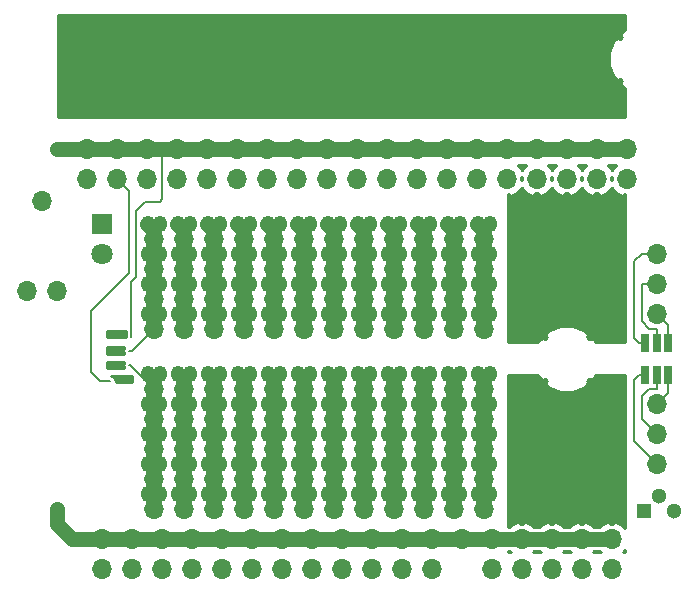
<source format=gtl>
G04 #@! TF.GenerationSoftware,KiCad,Pcbnew,5.0.2+dfsg1-1~bpo9+1*
G04 #@! TF.CreationDate,2020-03-24T03:03:07-04:00*
G04 #@! TF.ProjectId,attiny10,61747469-6e79-4313-902e-6b696361645f,0.10.a*
G04 #@! TF.SameCoordinates,Original*
G04 #@! TF.FileFunction,Copper,L1,Top*
G04 #@! TF.FilePolarity,Positive*
%FSLAX46Y46*%
G04 Gerber Fmt 4.6, Leading zero omitted, Abs format (unit mm)*
G04 Created by KiCad (PCBNEW 5.0.2+dfsg1-1~bpo9+1) date Tue 24 Mar 2020 03:03:07 AM EDT*
%MOMM*%
%LPD*%
G01*
G04 APERTURE LIST*
G04 #@! TA.AperFunction,ComponentPad*
%ADD10O,1.700000X1.700000*%
G04 #@! TD*
G04 #@! TA.AperFunction,ComponentPad*
%ADD11O,1.200000X1.400000*%
G04 #@! TD*
G04 #@! TA.AperFunction,ComponentPad*
%ADD12C,1.800000*%
G04 #@! TD*
G04 #@! TA.AperFunction,ComponentPad*
%ADD13R,1.800000X1.800000*%
G04 #@! TD*
G04 #@! TA.AperFunction,SMDPad,CuDef*
%ADD14R,0.650000X1.560000*%
G04 #@! TD*
G04 #@! TA.AperFunction,ComponentPad*
%ADD15R,1.300000X1.300000*%
G04 #@! TD*
G04 #@! TA.AperFunction,ComponentPad*
%ADD16C,1.300000*%
G04 #@! TD*
G04 #@! TA.AperFunction,Conductor*
%ADD17C,1.270000*%
G04 #@! TD*
G04 #@! TA.AperFunction,Conductor*
%ADD18C,1.016000*%
G04 #@! TD*
G04 #@! TA.AperFunction,Conductor*
%ADD19C,0.203200*%
G04 #@! TD*
G04 #@! TA.AperFunction,NonConductor*
%ADD20C,0.254000*%
G04 #@! TD*
G04 APERTURE END LIST*
D10*
G04 #@! TO.P,REF\002A\002A,1*
G04 #@! TO.N,N/C*
X85090000Y-93980000D03*
G04 #@! TD*
G04 #@! TO.P,REF\002A\002A,1*
G04 #@! TO.N,N/C*
X85090000Y-91440000D03*
G04 #@! TD*
G04 #@! TO.P,REF\002A\002A,1*
G04 #@! TO.N,N/C*
X85090000Y-88900000D03*
G04 #@! TD*
G04 #@! TO.P,REF\002A\002A,1*
G04 #@! TO.N,N/C*
X85090000Y-76200000D03*
G04 #@! TD*
G04 #@! TO.P,REF\002A\002A,1*
G04 #@! TO.N,N/C*
X85090000Y-78740000D03*
G04 #@! TD*
G04 #@! TO.P,REF\002A\002A,1*
G04 #@! TO.N,N/C*
X85090000Y-81280000D03*
G04 #@! TD*
G04 #@! TO.P,REF\002A\002A,1*
G04 #@! TO.N,N/C*
X33020000Y-71755000D03*
G04 #@! TD*
G04 #@! TO.P,REF\002A\002A,1*
G04 #@! TO.N,N/C*
X34290000Y-79375000D03*
G04 #@! TD*
G04 #@! TO.P,REF\002A\002A,1*
G04 #@! TO.N,N/C*
X31750000Y-79375000D03*
G04 #@! TD*
G04 #@! TO.P,REF\002A\002A,1*
G04 #@! TO.N,N/C*
X82550000Y-69850000D03*
G04 #@! TD*
G04 #@! TO.P,REF\002A\002A,1*
G04 #@! TO.N,N/C*
X69850000Y-67310000D03*
G04 #@! TD*
G04 #@! TO.P,REF\002A\002A,1*
G04 #@! TO.N,N/C*
X82550000Y-67310000D03*
G04 #@! TD*
G04 #@! TO.P,REF\002A\002A,1*
G04 #@! TO.N,N/C*
X72390000Y-69850000D03*
G04 #@! TD*
G04 #@! TO.P,REF\002A\002A,1*
G04 #@! TO.N,N/C*
X69850000Y-69850000D03*
G04 #@! TD*
G04 #@! TO.P,REF\002A\002A,1*
G04 #@! TO.N,N/C*
X74930000Y-67310000D03*
G04 #@! TD*
G04 #@! TO.P,REF\002A\002A,1*
G04 #@! TO.N,N/C*
X77470000Y-69850000D03*
G04 #@! TD*
G04 #@! TO.P,REF\002A\002A,1*
G04 #@! TO.N,N/C*
X77470000Y-67310000D03*
G04 #@! TD*
G04 #@! TO.P,REF\002A\002A,1*
G04 #@! TO.N,N/C*
X80010000Y-67310000D03*
G04 #@! TD*
G04 #@! TO.P,REF\002A\002A,1*
G04 #@! TO.N,N/C*
X72390000Y-67310000D03*
G04 #@! TD*
G04 #@! TO.P,REF\002A\002A,1*
G04 #@! TO.N,N/C*
X74930000Y-69850000D03*
G04 #@! TD*
G04 #@! TO.P,REF\002A\002A,1*
G04 #@! TO.N,N/C*
X80010000Y-69850000D03*
G04 #@! TD*
G04 #@! TO.P,REF\002A\002A,1*
G04 #@! TO.N,N/C*
X81280000Y-102870000D03*
G04 #@! TD*
G04 #@! TO.P,REF\002A\002A,1*
G04 #@! TO.N,N/C*
X76200000Y-102870000D03*
G04 #@! TD*
G04 #@! TO.P,REF\002A\002A,1*
G04 #@! TO.N,N/C*
X71120000Y-102870000D03*
G04 #@! TD*
G04 #@! TO.P,REF\002A\002A,1*
G04 #@! TO.N,N/C*
X78740000Y-102870000D03*
G04 #@! TD*
G04 #@! TO.P,REF\002A\002A,1*
G04 #@! TO.N,N/C*
X73660000Y-102870000D03*
G04 #@! TD*
G04 #@! TO.P,REF\002A\002A,1*
G04 #@! TO.N,N/C*
X73660000Y-100330000D03*
G04 #@! TD*
G04 #@! TO.P,REF\002A\002A,1*
G04 #@! TO.N,N/C*
X78740000Y-100330000D03*
G04 #@! TD*
G04 #@! TO.P,REF\002A\002A,1*
G04 #@! TO.N,N/C*
X81280000Y-100330000D03*
G04 #@! TD*
G04 #@! TO.P,REF\002A\002A,1*
G04 #@! TO.N,N/C*
X76200000Y-100330000D03*
G04 #@! TD*
G04 #@! TO.P,REF\002A\002A,1*
G04 #@! TO.N,N/C*
X71120000Y-100330000D03*
G04 #@! TD*
G04 #@! TO.P,REF\002A\002A,1*
G04 #@! TO.N,N/C*
X70485000Y-92710000D03*
G04 #@! TD*
G04 #@! TO.P,REF\002A\002A,1*
G04 #@! TO.N,N/C*
X70485000Y-80010000D03*
G04 #@! TD*
G04 #@! TO.P,REF\002A\002A,1*
G04 #@! TO.N,N/C*
X67945000Y-82550000D03*
G04 #@! TD*
G04 #@! TO.P,REF\002A\002A,1*
G04 #@! TO.N,N/C*
X65405000Y-82550000D03*
G04 #@! TD*
G04 #@! TO.P,REF\002A\002A,1*
G04 #@! TO.N,N/C*
X67945000Y-80010000D03*
G04 #@! TD*
G04 #@! TO.P,REF\002A\002A,1*
G04 #@! TO.N,N/C*
X67945000Y-77470000D03*
G04 #@! TD*
G04 #@! TO.P,REF\002A\002A,1*
G04 #@! TO.N,N/C*
X65405000Y-77470000D03*
G04 #@! TD*
G04 #@! TO.P,REF\002A\002A,1*
G04 #@! TO.N,N/C*
X62865000Y-80010000D03*
G04 #@! TD*
G04 #@! TO.P,REF\002A\002A,1*
G04 #@! TO.N,N/C*
X62865000Y-82550000D03*
G04 #@! TD*
G04 #@! TO.P,REF\002A\002A,1*
G04 #@! TO.N,N/C*
X62865000Y-74930000D03*
G04 #@! TD*
G04 #@! TO.P,REF\002A\002A,1*
G04 #@! TO.N,N/C*
X65405000Y-90170000D03*
G04 #@! TD*
G04 #@! TO.P,REF\002A\002A,1*
G04 #@! TO.N,N/C*
X67945000Y-74930000D03*
G04 #@! TD*
G04 #@! TO.P,REF\002A\002A,1*
G04 #@! TO.N,N/C*
X65405000Y-97790000D03*
G04 #@! TD*
G04 #@! TO.P,REF\002A\002A,1*
G04 #@! TO.N,N/C*
X62865000Y-87630000D03*
G04 #@! TD*
G04 #@! TO.P,REF\002A\002A,1*
G04 #@! TO.N,N/C*
X62865000Y-90170000D03*
G04 #@! TD*
G04 #@! TO.P,REF\002A\002A,1*
G04 #@! TO.N,N/C*
X67945000Y-95250000D03*
G04 #@! TD*
G04 #@! TO.P,REF\002A\002A,1*
G04 #@! TO.N,N/C*
X67945000Y-92710000D03*
G04 #@! TD*
G04 #@! TO.P,REF\002A\002A,1*
G04 #@! TO.N,N/C*
X70485000Y-97790000D03*
G04 #@! TD*
G04 #@! TO.P,REF\002A\002A,1*
G04 #@! TO.N,N/C*
X70485000Y-90170000D03*
G04 #@! TD*
G04 #@! TO.P,REF\002A\002A,1*
G04 #@! TO.N,N/C*
X70485000Y-74930000D03*
G04 #@! TD*
D11*
G04 #@! TO.P,P?,1*
G04 #@! TO.N,N/C*
X62330000Y-73660000D03*
G04 #@! TO.P,P?,2*
X63400000Y-73660000D03*
G04 #@! TO.P,P?,3*
X64870000Y-73660000D03*
G04 #@! TO.P,P?,4*
X65940000Y-73660000D03*
G04 #@! TO.P,P?,5*
X67410000Y-73660000D03*
G04 #@! TO.P,P?,6*
X68480000Y-73660000D03*
G04 #@! TO.P,P?,7*
X69950000Y-73660000D03*
G04 #@! TO.P,P?,8*
X71020000Y-73660000D03*
G04 #@! TD*
G04 #@! TO.P,P?,1*
G04 #@! TO.N,N/C*
X62330000Y-81280000D03*
G04 #@! TO.P,P?,2*
X63400000Y-81280000D03*
G04 #@! TO.P,P?,3*
X64870000Y-81280000D03*
G04 #@! TO.P,P?,4*
X65940000Y-81280000D03*
G04 #@! TO.P,P?,5*
X67410000Y-81280000D03*
G04 #@! TO.P,P?,6*
X68480000Y-81280000D03*
G04 #@! TO.P,P?,7*
X69950000Y-81280000D03*
G04 #@! TO.P,P?,8*
X71020000Y-81280000D03*
G04 #@! TD*
D10*
G04 #@! TO.P,REF\002A\002A,1*
G04 #@! TO.N,N/C*
X70485000Y-77470000D03*
G04 #@! TD*
G04 #@! TO.P,REF\002A\002A,1*
G04 #@! TO.N,N/C*
X70485000Y-95250000D03*
G04 #@! TD*
G04 #@! TO.P,REF\002A\002A,1*
G04 #@! TO.N,N/C*
X62865000Y-95250000D03*
G04 #@! TD*
D11*
G04 #@! TO.P,P?,1*
G04 #@! TO.N,N/C*
X62330000Y-76200000D03*
G04 #@! TO.P,P?,2*
X63400000Y-76200000D03*
G04 #@! TO.P,P?,3*
X64870000Y-76200000D03*
G04 #@! TO.P,P?,4*
X65940000Y-76200000D03*
G04 #@! TO.P,P?,5*
X67410000Y-76200000D03*
G04 #@! TO.P,P?,6*
X68480000Y-76200000D03*
G04 #@! TO.P,P?,7*
X69950000Y-76200000D03*
G04 #@! TO.P,P?,8*
X71020000Y-76200000D03*
G04 #@! TD*
D10*
G04 #@! TO.P,REF\002A\002A,1*
G04 #@! TO.N,N/C*
X62865000Y-92710000D03*
G04 #@! TD*
D11*
G04 #@! TO.P,P?,1*
G04 #@! TO.N,N/C*
X62330000Y-78740000D03*
G04 #@! TO.P,P?,2*
X63400000Y-78740000D03*
G04 #@! TO.P,P?,3*
X64870000Y-78740000D03*
G04 #@! TO.P,P?,4*
X65940000Y-78740000D03*
G04 #@! TO.P,P?,5*
X67410000Y-78740000D03*
G04 #@! TO.P,P?,6*
X68480000Y-78740000D03*
G04 #@! TO.P,P?,7*
X69950000Y-78740000D03*
G04 #@! TO.P,P?,8*
X71020000Y-78740000D03*
G04 #@! TD*
D10*
G04 #@! TO.P,REF\002A\002A,1*
G04 #@! TO.N,N/C*
X62865000Y-77470000D03*
G04 #@! TD*
G04 #@! TO.P,REF\002A\002A,1*
G04 #@! TO.N,N/C*
X65405000Y-95250000D03*
G04 #@! TD*
G04 #@! TO.P,REF\002A\002A,1*
G04 #@! TO.N,N/C*
X65405000Y-92710000D03*
G04 #@! TD*
G04 #@! TO.P,REF\002A\002A,1*
G04 #@! TO.N,N/C*
X67945000Y-97790000D03*
G04 #@! TD*
G04 #@! TO.P,REF\002A\002A,1*
G04 #@! TO.N,N/C*
X65405000Y-74930000D03*
G04 #@! TD*
G04 #@! TO.P,REF\002A\002A,1*
G04 #@! TO.N,N/C*
X62865000Y-97790000D03*
G04 #@! TD*
G04 #@! TO.P,REF\002A\002A,1*
G04 #@! TO.N,N/C*
X65405000Y-80010000D03*
G04 #@! TD*
G04 #@! TO.P,REF\002A\002A,1*
G04 #@! TO.N,N/C*
X67945000Y-90170000D03*
G04 #@! TD*
G04 #@! TO.P,REF\002A\002A,1*
G04 #@! TO.N,N/C*
X67945000Y-87630000D03*
G04 #@! TD*
D11*
G04 #@! TO.P,P?,8*
G04 #@! TO.N,N/C*
X71020000Y-88900000D03*
G04 #@! TO.P,P?,7*
X69950000Y-88900000D03*
G04 #@! TO.P,P?,6*
X68480000Y-88900000D03*
G04 #@! TO.P,P?,5*
X67410000Y-88900000D03*
G04 #@! TO.P,P?,4*
X65940000Y-88900000D03*
G04 #@! TO.P,P?,3*
X64870000Y-88900000D03*
G04 #@! TO.P,P?,2*
X63400000Y-88900000D03*
G04 #@! TO.P,P?,1*
X62330000Y-88900000D03*
G04 #@! TD*
G04 #@! TO.P,P?,8*
G04 #@! TO.N,N/C*
X71020000Y-96520000D03*
G04 #@! TO.P,P?,7*
X69950000Y-96520000D03*
G04 #@! TO.P,P?,6*
X68480000Y-96520000D03*
G04 #@! TO.P,P?,5*
X67410000Y-96520000D03*
G04 #@! TO.P,P?,4*
X65940000Y-96520000D03*
G04 #@! TO.P,P?,3*
X64870000Y-96520000D03*
G04 #@! TO.P,P?,2*
X63400000Y-96520000D03*
G04 #@! TO.P,P?,1*
X62330000Y-96520000D03*
G04 #@! TD*
G04 #@! TO.P,P?,8*
G04 #@! TO.N,N/C*
X71020000Y-86360000D03*
G04 #@! TO.P,P?,7*
X69950000Y-86360000D03*
G04 #@! TO.P,P?,6*
X68480000Y-86360000D03*
G04 #@! TO.P,P?,5*
X67410000Y-86360000D03*
G04 #@! TO.P,P?,4*
X65940000Y-86360000D03*
G04 #@! TO.P,P?,3*
X64870000Y-86360000D03*
G04 #@! TO.P,P?,2*
X63400000Y-86360000D03*
G04 #@! TO.P,P?,1*
X62330000Y-86360000D03*
G04 #@! TD*
G04 #@! TO.P,P?,8*
G04 #@! TO.N,N/C*
X71020000Y-93980000D03*
G04 #@! TO.P,P?,7*
X69950000Y-93980000D03*
G04 #@! TO.P,P?,6*
X68480000Y-93980000D03*
G04 #@! TO.P,P?,5*
X67410000Y-93980000D03*
G04 #@! TO.P,P?,4*
X65940000Y-93980000D03*
G04 #@! TO.P,P?,3*
X64870000Y-93980000D03*
G04 #@! TO.P,P?,2*
X63400000Y-93980000D03*
G04 #@! TO.P,P?,1*
X62330000Y-93980000D03*
G04 #@! TD*
D10*
G04 #@! TO.P,REF\002A\002A,1*
G04 #@! TO.N,N/C*
X70485000Y-82550000D03*
G04 #@! TD*
D11*
G04 #@! TO.P,P?,8*
G04 #@! TO.N,N/C*
X71020000Y-91440000D03*
G04 #@! TO.P,P?,7*
X69950000Y-91440000D03*
G04 #@! TO.P,P?,6*
X68480000Y-91440000D03*
G04 #@! TO.P,P?,5*
X67410000Y-91440000D03*
G04 #@! TO.P,P?,4*
X65940000Y-91440000D03*
G04 #@! TO.P,P?,3*
X64870000Y-91440000D03*
G04 #@! TO.P,P?,2*
X63400000Y-91440000D03*
G04 #@! TO.P,P?,1*
X62330000Y-91440000D03*
G04 #@! TD*
D10*
G04 #@! TO.P,REF\002A\002A,1*
G04 #@! TO.N,N/C*
X65405000Y-87630000D03*
G04 #@! TD*
G04 #@! TO.P,REF\002A\002A,1*
G04 #@! TO.N,N/C*
X70485000Y-87630000D03*
G04 #@! TD*
G04 #@! TO.P,REF\002A\002A,1*
G04 #@! TO.N,N/C*
X50165000Y-77470000D03*
G04 #@! TD*
G04 #@! TO.P,REF\002A\002A,1*
G04 #@! TO.N,N/C*
X52705000Y-82550000D03*
G04 #@! TD*
G04 #@! TO.P,REF\002A\002A,1*
G04 #@! TO.N,N/C*
X52705000Y-80010000D03*
G04 #@! TD*
G04 #@! TO.P,REF\002A\002A,1*
G04 #@! TO.N,N/C*
X57785000Y-82550000D03*
G04 #@! TD*
G04 #@! TO.P,REF\002A\002A,1*
G04 #@! TO.N,N/C*
X45085000Y-74930000D03*
G04 #@! TD*
G04 #@! TO.P,REF\002A\002A,1*
G04 #@! TO.N,N/C*
X57785000Y-74930000D03*
G04 #@! TD*
G04 #@! TO.P,REF\002A\002A,1*
G04 #@! TO.N,N/C*
X45085000Y-82550000D03*
G04 #@! TD*
G04 #@! TO.P,REF\002A\002A,1*
G04 #@! TO.N,N/C*
X42545000Y-74930000D03*
G04 #@! TD*
G04 #@! TO.P,REF\002A\002A,1*
G04 #@! TO.N,N/C*
X47625000Y-80010000D03*
G04 #@! TD*
G04 #@! TO.P,REF\002A\002A,1*
G04 #@! TO.N,N/C*
X47625000Y-77470000D03*
G04 #@! TD*
G04 #@! TO.P,REF\002A\002A,1*
G04 #@! TO.N,N/C*
X50165000Y-82550000D03*
G04 #@! TD*
G04 #@! TO.P,REF\002A\002A,1*
G04 #@! TO.N,N/C*
X50165000Y-74930000D03*
G04 #@! TD*
G04 #@! TO.P,REF\002A\002A,1*
G04 #@! TO.N,N/C*
X57785000Y-77470000D03*
G04 #@! TD*
G04 #@! TO.P,REF\002A\002A,1*
G04 #@! TO.N,N/C*
X55245000Y-77470000D03*
G04 #@! TD*
G04 #@! TO.P,REF\002A\002A,1*
G04 #@! TO.N,N/C*
X55245000Y-74930000D03*
G04 #@! TD*
G04 #@! TO.P,REF\002A\002A,1*
G04 #@! TO.N,N/C*
X50165000Y-80010000D03*
G04 #@! TD*
G04 #@! TO.P,REF\002A\002A,1*
G04 #@! TO.N,N/C*
X42545000Y-80010000D03*
G04 #@! TD*
G04 #@! TO.P,REF\002A\002A,1*
G04 #@! TO.N,N/C*
X42545000Y-77470000D03*
G04 #@! TD*
G04 #@! TO.P,REF\002A\002A,1*
G04 #@! TO.N,N/C*
X55245000Y-80010000D03*
G04 #@! TD*
G04 #@! TO.P,REF\002A\002A,1*
G04 #@! TO.N,N/C*
X60325000Y-82550000D03*
G04 #@! TD*
G04 #@! TO.P,REF\002A\002A,1*
G04 #@! TO.N,N/C*
X60325000Y-74930000D03*
G04 #@! TD*
G04 #@! TO.P,REF\002A\002A,1*
G04 #@! TO.N,N/C*
X60325000Y-80010000D03*
G04 #@! TD*
G04 #@! TO.P,REF\002A\002A,1*
G04 #@! TO.N,N/C*
X52705000Y-77470000D03*
G04 #@! TD*
D11*
G04 #@! TO.P,P?,1*
G04 #@! TO.N,N/C*
X52170000Y-76200000D03*
G04 #@! TO.P,P?,2*
X53240000Y-76200000D03*
G04 #@! TO.P,P?,3*
X54710000Y-76200000D03*
G04 #@! TO.P,P?,4*
X55780000Y-76200000D03*
G04 #@! TO.P,P?,5*
X57250000Y-76200000D03*
G04 #@! TO.P,P?,6*
X58320000Y-76200000D03*
G04 #@! TO.P,P?,7*
X59790000Y-76200000D03*
G04 #@! TO.P,P?,8*
X60860000Y-76200000D03*
G04 #@! TD*
D10*
G04 #@! TO.P,REF\002A\002A,1*
G04 #@! TO.N,N/C*
X55245000Y-82550000D03*
G04 #@! TD*
G04 #@! TO.P,REF\002A\002A,1*
G04 #@! TO.N,N/C*
X57785000Y-80010000D03*
G04 #@! TD*
D11*
G04 #@! TO.P,P?,1*
G04 #@! TO.N,N/C*
X52170000Y-73660000D03*
G04 #@! TO.P,P?,2*
X53240000Y-73660000D03*
G04 #@! TO.P,P?,3*
X54710000Y-73660000D03*
G04 #@! TO.P,P?,4*
X55780000Y-73660000D03*
G04 #@! TO.P,P?,5*
X57250000Y-73660000D03*
G04 #@! TO.P,P?,6*
X58320000Y-73660000D03*
G04 #@! TO.P,P?,7*
X59790000Y-73660000D03*
G04 #@! TO.P,P?,8*
X60860000Y-73660000D03*
G04 #@! TD*
G04 #@! TO.P,P?,1*
G04 #@! TO.N,N/C*
X52170000Y-81280000D03*
G04 #@! TO.P,P?,2*
X53240000Y-81280000D03*
G04 #@! TO.P,P?,3*
X54710000Y-81280000D03*
G04 #@! TO.P,P?,4*
X55780000Y-81280000D03*
G04 #@! TO.P,P?,5*
X57250000Y-81280000D03*
G04 #@! TO.P,P?,6*
X58320000Y-81280000D03*
G04 #@! TO.P,P?,7*
X59790000Y-81280000D03*
G04 #@! TO.P,P?,8*
X60860000Y-81280000D03*
G04 #@! TD*
D10*
G04 #@! TO.P,REF\002A\002A,1*
G04 #@! TO.N,N/C*
X45085000Y-80010000D03*
G04 #@! TD*
G04 #@! TO.P,REF\002A\002A,1*
G04 #@! TO.N,N/C*
X45085000Y-77470000D03*
G04 #@! TD*
D11*
G04 #@! TO.P,P?,1*
G04 #@! TO.N,N/C*
X52170000Y-78740000D03*
G04 #@! TO.P,P?,2*
X53240000Y-78740000D03*
G04 #@! TO.P,P?,3*
X54710000Y-78740000D03*
G04 #@! TO.P,P?,4*
X55780000Y-78740000D03*
G04 #@! TO.P,P?,5*
X57250000Y-78740000D03*
G04 #@! TO.P,P?,6*
X58320000Y-78740000D03*
G04 #@! TO.P,P?,7*
X59790000Y-78740000D03*
G04 #@! TO.P,P?,8*
X60860000Y-78740000D03*
G04 #@! TD*
D10*
G04 #@! TO.P,REF\002A\002A,1*
G04 #@! TO.N,N/C*
X47625000Y-82550000D03*
G04 #@! TD*
G04 #@! TO.P,REF\002A\002A,1*
G04 #@! TO.N,N/C*
X42545000Y-82550000D03*
G04 #@! TD*
G04 #@! TO.P,REF\002A\002A,1*
G04 #@! TO.N,N/C*
X47625000Y-74930000D03*
G04 #@! TD*
G04 #@! TO.P,REF\002A\002A,1*
G04 #@! TO.N,N/C*
X52705000Y-74930000D03*
G04 #@! TD*
G04 #@! TO.P,REF\002A\002A,1*
G04 #@! TO.N,N/C*
X60325000Y-77470000D03*
G04 #@! TD*
D11*
G04 #@! TO.P,P?,8*
G04 #@! TO.N,N/C*
X50700000Y-73660000D03*
G04 #@! TO.P,P?,7*
X49630000Y-73660000D03*
G04 #@! TO.P,P?,6*
X48160000Y-73660000D03*
G04 #@! TO.P,P?,5*
X47090000Y-73660000D03*
G04 #@! TO.P,P?,4*
X45620000Y-73660000D03*
G04 #@! TO.P,P?,3*
X44550000Y-73660000D03*
G04 #@! TO.P,P?,2*
X43080000Y-73660000D03*
G04 #@! TO.P,P?,1*
X42010000Y-73660000D03*
G04 #@! TD*
G04 #@! TO.P,P?,8*
G04 #@! TO.N,N/C*
X50700000Y-81280000D03*
G04 #@! TO.P,P?,7*
X49630000Y-81280000D03*
G04 #@! TO.P,P?,6*
X48160000Y-81280000D03*
G04 #@! TO.P,P?,5*
X47090000Y-81280000D03*
G04 #@! TO.P,P?,4*
X45620000Y-81280000D03*
G04 #@! TO.P,P?,3*
X44550000Y-81280000D03*
G04 #@! TO.P,P?,2*
X43080000Y-81280000D03*
G04 #@! TO.P,P?,1*
X42010000Y-81280000D03*
G04 #@! TD*
G04 #@! TO.P,P?,8*
G04 #@! TO.N,N/C*
X50700000Y-78740000D03*
G04 #@! TO.P,P?,7*
X49630000Y-78740000D03*
G04 #@! TO.P,P?,6*
X48160000Y-78740000D03*
G04 #@! TO.P,P?,5*
X47090000Y-78740000D03*
G04 #@! TO.P,P?,4*
X45620000Y-78740000D03*
G04 #@! TO.P,P?,3*
X44550000Y-78740000D03*
G04 #@! TO.P,P?,2*
X43080000Y-78740000D03*
G04 #@! TO.P,P?,1*
X42010000Y-78740000D03*
G04 #@! TD*
G04 #@! TO.P,P?,8*
G04 #@! TO.N,N/C*
X50700000Y-76200000D03*
G04 #@! TO.P,P?,7*
X49630000Y-76200000D03*
G04 #@! TO.P,P?,6*
X48160000Y-76200000D03*
G04 #@! TO.P,P?,5*
X47090000Y-76200000D03*
G04 #@! TO.P,P?,4*
X45620000Y-76200000D03*
G04 #@! TO.P,P?,3*
X44550000Y-76200000D03*
G04 #@! TO.P,P?,2*
X43080000Y-76200000D03*
G04 #@! TO.P,P?,1*
X42010000Y-76200000D03*
G04 #@! TD*
D10*
G04 #@! TO.P,REF\002A\002A,1*
G04 #@! TO.N,N/C*
X60325000Y-92710000D03*
G04 #@! TD*
G04 #@! TO.P,REF\002A\002A,1*
G04 #@! TO.N,N/C*
X55245000Y-90170000D03*
G04 #@! TD*
G04 #@! TO.P,REF\002A\002A,1*
G04 #@! TO.N,N/C*
X55245000Y-97790000D03*
G04 #@! TD*
G04 #@! TO.P,REF\002A\002A,1*
G04 #@! TO.N,N/C*
X52705000Y-87630000D03*
G04 #@! TD*
G04 #@! TO.P,REF\002A\002A,1*
G04 #@! TO.N,N/C*
X52705000Y-90170000D03*
G04 #@! TD*
G04 #@! TO.P,REF\002A\002A,1*
G04 #@! TO.N,N/C*
X57785000Y-95250000D03*
G04 #@! TD*
G04 #@! TO.P,REF\002A\002A,1*
G04 #@! TO.N,N/C*
X57785000Y-92710000D03*
G04 #@! TD*
G04 #@! TO.P,REF\002A\002A,1*
G04 #@! TO.N,N/C*
X60325000Y-97790000D03*
G04 #@! TD*
G04 #@! TO.P,REF\002A\002A,1*
G04 #@! TO.N,N/C*
X60325000Y-90170000D03*
G04 #@! TD*
G04 #@! TO.P,REF\002A\002A,1*
G04 #@! TO.N,N/C*
X60325000Y-95250000D03*
G04 #@! TD*
G04 #@! TO.P,REF\002A\002A,1*
G04 #@! TO.N,N/C*
X52705000Y-95250000D03*
G04 #@! TD*
G04 #@! TO.P,REF\002A\002A,1*
G04 #@! TO.N,N/C*
X52705000Y-92710000D03*
G04 #@! TD*
G04 #@! TO.P,REF\002A\002A,1*
G04 #@! TO.N,N/C*
X55245000Y-95250000D03*
G04 #@! TD*
G04 #@! TO.P,REF\002A\002A,1*
G04 #@! TO.N,N/C*
X55245000Y-92710000D03*
G04 #@! TD*
G04 #@! TO.P,REF\002A\002A,1*
G04 #@! TO.N,N/C*
X57785000Y-97790000D03*
G04 #@! TD*
G04 #@! TO.P,REF\002A\002A,1*
G04 #@! TO.N,N/C*
X52705000Y-97790000D03*
G04 #@! TD*
G04 #@! TO.P,REF\002A\002A,1*
G04 #@! TO.N,N/C*
X57785000Y-90170000D03*
G04 #@! TD*
G04 #@! TO.P,REF\002A\002A,1*
G04 #@! TO.N,N/C*
X57785000Y-87630000D03*
G04 #@! TD*
D11*
G04 #@! TO.P,P?,8*
G04 #@! TO.N,N/C*
X60860000Y-88900000D03*
G04 #@! TO.P,P?,7*
X59790000Y-88900000D03*
G04 #@! TO.P,P?,6*
X58320000Y-88900000D03*
G04 #@! TO.P,P?,5*
X57250000Y-88900000D03*
G04 #@! TO.P,P?,4*
X55780000Y-88900000D03*
G04 #@! TO.P,P?,3*
X54710000Y-88900000D03*
G04 #@! TO.P,P?,2*
X53240000Y-88900000D03*
G04 #@! TO.P,P?,1*
X52170000Y-88900000D03*
G04 #@! TD*
G04 #@! TO.P,P?,8*
G04 #@! TO.N,N/C*
X60860000Y-96520000D03*
G04 #@! TO.P,P?,7*
X59790000Y-96520000D03*
G04 #@! TO.P,P?,6*
X58320000Y-96520000D03*
G04 #@! TO.P,P?,5*
X57250000Y-96520000D03*
G04 #@! TO.P,P?,4*
X55780000Y-96520000D03*
G04 #@! TO.P,P?,3*
X54710000Y-96520000D03*
G04 #@! TO.P,P?,2*
X53240000Y-96520000D03*
G04 #@! TO.P,P?,1*
X52170000Y-96520000D03*
G04 #@! TD*
G04 #@! TO.P,P?,8*
G04 #@! TO.N,N/C*
X60860000Y-86360000D03*
G04 #@! TO.P,P?,7*
X59790000Y-86360000D03*
G04 #@! TO.P,P?,6*
X58320000Y-86360000D03*
G04 #@! TO.P,P?,5*
X57250000Y-86360000D03*
G04 #@! TO.P,P?,4*
X55780000Y-86360000D03*
G04 #@! TO.P,P?,3*
X54710000Y-86360000D03*
G04 #@! TO.P,P?,2*
X53240000Y-86360000D03*
G04 #@! TO.P,P?,1*
X52170000Y-86360000D03*
G04 #@! TD*
G04 #@! TO.P,P?,8*
G04 #@! TO.N,N/C*
X60860000Y-93980000D03*
G04 #@! TO.P,P?,7*
X59790000Y-93980000D03*
G04 #@! TO.P,P?,6*
X58320000Y-93980000D03*
G04 #@! TO.P,P?,5*
X57250000Y-93980000D03*
G04 #@! TO.P,P?,4*
X55780000Y-93980000D03*
G04 #@! TO.P,P?,3*
X54710000Y-93980000D03*
G04 #@! TO.P,P?,2*
X53240000Y-93980000D03*
G04 #@! TO.P,P?,1*
X52170000Y-93980000D03*
G04 #@! TD*
G04 #@! TO.P,P?,8*
G04 #@! TO.N,N/C*
X60860000Y-91440000D03*
G04 #@! TO.P,P?,7*
X59790000Y-91440000D03*
G04 #@! TO.P,P?,6*
X58320000Y-91440000D03*
G04 #@! TO.P,P?,5*
X57250000Y-91440000D03*
G04 #@! TO.P,P?,4*
X55780000Y-91440000D03*
G04 #@! TO.P,P?,3*
X54710000Y-91440000D03*
G04 #@! TO.P,P?,2*
X53240000Y-91440000D03*
G04 #@! TO.P,P?,1*
X52170000Y-91440000D03*
G04 #@! TD*
D10*
G04 #@! TO.P,REF\002A\002A,1*
G04 #@! TO.N,N/C*
X55245000Y-87630000D03*
G04 #@! TD*
G04 #@! TO.P,REF\002A\002A,1*
G04 #@! TO.N,N/C*
X60325000Y-87630000D03*
G04 #@! TD*
G04 #@! TO.P,REF\002A\002A,1*
G04 #@! TO.N,N/C*
X50165000Y-95250000D03*
G04 #@! TD*
G04 #@! TO.P,REF\002A\002A,1*
G04 #@! TO.N,N/C*
X50165000Y-92710000D03*
G04 #@! TD*
G04 #@! TO.P,REF\002A\002A,1*
G04 #@! TO.N,N/C*
X50165000Y-97790000D03*
G04 #@! TD*
G04 #@! TO.P,REF\002A\002A,1*
G04 #@! TO.N,N/C*
X50165000Y-90170000D03*
G04 #@! TD*
G04 #@! TO.P,REF\002A\002A,1*
G04 #@! TO.N,N/C*
X50165000Y-87630000D03*
G04 #@! TD*
G04 #@! TO.P,REF\002A\002A,1*
G04 #@! TO.N,N/C*
X47625000Y-90170000D03*
G04 #@! TD*
G04 #@! TO.P,REF\002A\002A,1*
G04 #@! TO.N,N/C*
X47625000Y-97790000D03*
G04 #@! TD*
G04 #@! TO.P,REF\002A\002A,1*
G04 #@! TO.N,N/C*
X47625000Y-95250000D03*
G04 #@! TD*
G04 #@! TO.P,REF\002A\002A,1*
G04 #@! TO.N,N/C*
X47625000Y-92710000D03*
G04 #@! TD*
G04 #@! TO.P,REF\002A\002A,1*
G04 #@! TO.N,N/C*
X47625000Y-87630000D03*
G04 #@! TD*
G04 #@! TO.P,REF\002A\002A,1*
G04 #@! TO.N,N/C*
X45085000Y-87630000D03*
G04 #@! TD*
G04 #@! TO.P,REF\002A\002A,1*
G04 #@! TO.N,N/C*
X45085000Y-90170000D03*
G04 #@! TD*
G04 #@! TO.P,REF\002A\002A,1*
G04 #@! TO.N,N/C*
X45085000Y-95250000D03*
G04 #@! TD*
G04 #@! TO.P,REF\002A\002A,1*
G04 #@! TO.N,N/C*
X45085000Y-92710000D03*
G04 #@! TD*
G04 #@! TO.P,REF\002A\002A,1*
G04 #@! TO.N,N/C*
X45085000Y-97790000D03*
G04 #@! TD*
G04 #@! TO.P,REF\002A\002A,1*
G04 #@! TO.N,N/C*
X42545000Y-97790000D03*
G04 #@! TD*
G04 #@! TO.P,REF\002A\002A,1*
G04 #@! TO.N,N/C*
X42545000Y-95250000D03*
G04 #@! TD*
G04 #@! TO.P,REF\002A\002A,1*
G04 #@! TO.N,N/C*
X42545000Y-92710000D03*
G04 #@! TD*
G04 #@! TO.P,REF\002A\002A,1*
G04 #@! TO.N,N/C*
X42545000Y-90170000D03*
G04 #@! TD*
G04 #@! TO.P,REF\002A\002A,1*
G04 #@! TO.N,N/C*
X42545000Y-87630000D03*
G04 #@! TD*
G04 #@! TO.P,REF\002A\002A,1*
G04 #@! TO.N,N/C*
X59690000Y-67310000D03*
G04 #@! TD*
G04 #@! TO.P,REF\002A\002A,1*
G04 #@! TO.N,N/C*
X54610000Y-67310000D03*
G04 #@! TD*
G04 #@! TO.P,REF\002A\002A,1*
G04 #@! TO.N,N/C*
X44450000Y-69850000D03*
G04 #@! TD*
G04 #@! TO.P,REF\002A\002A,1*
G04 #@! TO.N,N/C*
X67310000Y-69850000D03*
G04 #@! TD*
G04 #@! TO.P,REF\002A\002A,1*
G04 #@! TO.N,N/C*
X67310000Y-67310000D03*
G04 #@! TD*
G04 #@! TO.P,REF\002A\002A,1*
G04 #@! TO.N,N/C*
X49530000Y-67310000D03*
G04 #@! TD*
G04 #@! TO.P,REF\002A\002A,1*
G04 #@! TO.N,N/C*
X39370000Y-69850000D03*
G04 #@! TD*
G04 #@! TO.P,REF\002A\002A,1*
G04 #@! TO.N,N/C*
X59690000Y-69850000D03*
G04 #@! TD*
G04 #@! TO.P,REF\002A\002A,1*
G04 #@! TO.N,N/C*
X54610000Y-69850000D03*
G04 #@! TD*
G04 #@! TO.P,REF\002A\002A,1*
G04 #@! TO.N,N/C*
X52070000Y-67310000D03*
G04 #@! TD*
G04 #@! TO.P,REF\002A\002A,1*
G04 #@! TO.N,N/C*
X36830000Y-67310000D03*
G04 #@! TD*
G04 #@! TO.P,REF\002A\002A,1*
G04 #@! TO.N,N/C*
X62230000Y-69850000D03*
G04 #@! TD*
G04 #@! TO.P,REF\002A\002A,1*
G04 #@! TO.N,N/C*
X41910000Y-69850000D03*
G04 #@! TD*
G04 #@! TO.P,REF\002A\002A,1*
G04 #@! TO.N,N/C*
X57150000Y-69850000D03*
G04 #@! TD*
G04 #@! TO.P,REF\002A\002A,1*
G04 #@! TO.N,N/C*
X64770000Y-69850000D03*
G04 #@! TD*
G04 #@! TO.P,REF\002A\002A,1*
G04 #@! TO.N,N/C*
X36830000Y-69850000D03*
G04 #@! TD*
G04 #@! TO.P,REF\002A\002A,1*
G04 #@! TO.N,N/C*
X49530000Y-69850000D03*
G04 #@! TD*
G04 #@! TO.P,REF\002A\002A,1*
G04 #@! TO.N,N/C*
X41910000Y-67310000D03*
G04 #@! TD*
G04 #@! TO.P,REF\002A\002A,1*
G04 #@! TO.N,N/C*
X57150000Y-67310000D03*
G04 #@! TD*
G04 #@! TO.P,REF\002A\002A,1*
G04 #@! TO.N,N/C*
X44450000Y-67310000D03*
G04 #@! TD*
G04 #@! TO.P,REF\002A\002A,1*
G04 #@! TO.N,N/C*
X62230000Y-67310000D03*
G04 #@! TD*
G04 #@! TO.P,REF\002A\002A,1*
G04 #@! TO.N,N/C*
X39370000Y-67310000D03*
G04 #@! TD*
G04 #@! TO.P,REF\002A\002A,1*
G04 #@! TO.N,N/C*
X64770000Y-67310000D03*
G04 #@! TD*
G04 #@! TO.P,REF\002A\002A,1*
G04 #@! TO.N,N/C*
X46990000Y-67310000D03*
G04 #@! TD*
G04 #@! TO.P,REF\002A\002A,1*
G04 #@! TO.N,N/C*
X52070000Y-69850000D03*
G04 #@! TD*
G04 #@! TO.P,REF\002A\002A,1*
G04 #@! TO.N,N/C*
X46990000Y-69850000D03*
G04 #@! TD*
G04 #@! TO.P,REF\002A\002A,1*
G04 #@! TO.N,N/C*
X66040000Y-102870000D03*
G04 #@! TD*
G04 #@! TO.P,REF\002A\002A,1*
G04 #@! TO.N,N/C*
X60960000Y-102870000D03*
G04 #@! TD*
G04 #@! TO.P,REF\002A\002A,1*
G04 #@! TO.N,N/C*
X55880000Y-102870000D03*
G04 #@! TD*
G04 #@! TO.P,REF\002A\002A,1*
G04 #@! TO.N,N/C*
X58420000Y-100330000D03*
G04 #@! TD*
G04 #@! TO.P,REF\002A\002A,1*
G04 #@! TO.N,N/C*
X63500000Y-102870000D03*
G04 #@! TD*
G04 #@! TO.P,REF\002A\002A,1*
G04 #@! TO.N,N/C*
X58420000Y-102870000D03*
G04 #@! TD*
G04 #@! TO.P,REF\002A\002A,1*
G04 #@! TO.N,N/C*
X63500000Y-100330000D03*
G04 #@! TD*
G04 #@! TO.P,REF\002A\002A,1*
G04 #@! TO.N,N/C*
X66040000Y-100330000D03*
G04 #@! TD*
G04 #@! TO.P,REF\002A\002A,1*
G04 #@! TO.N,N/C*
X60960000Y-100330000D03*
G04 #@! TD*
G04 #@! TO.P,REF\002A\002A,1*
G04 #@! TO.N,N/C*
X68580000Y-100330000D03*
G04 #@! TD*
G04 #@! TO.P,REF\002A\002A,1*
G04 #@! TO.N,N/C*
X55880000Y-100330000D03*
G04 #@! TD*
G04 #@! TO.P,REF\002A\002A,1*
G04 #@! TO.N,N/C*
X50800000Y-102870000D03*
G04 #@! TD*
G04 #@! TO.P,REF\002A\002A,1*
G04 #@! TO.N,N/C*
X45720000Y-102870000D03*
G04 #@! TD*
G04 #@! TO.P,REF\002A\002A,1*
G04 #@! TO.N,N/C*
X48260000Y-100330000D03*
G04 #@! TD*
G04 #@! TO.P,REF\002A\002A,1*
G04 #@! TO.N,N/C*
X53340000Y-102870000D03*
G04 #@! TD*
G04 #@! TO.P,REF\002A\002A,1*
G04 #@! TO.N,N/C*
X48260000Y-102870000D03*
G04 #@! TD*
G04 #@! TO.P,REF\002A\002A,1*
G04 #@! TO.N,N/C*
X53340000Y-100330000D03*
G04 #@! TD*
G04 #@! TO.P,REF\002A\002A,1*
G04 #@! TO.N,N/C*
X50800000Y-100330000D03*
G04 #@! TD*
G04 #@! TO.P,REF\002A\002A,1*
G04 #@! TO.N,N/C*
X45720000Y-100330000D03*
G04 #@! TD*
G04 #@! TO.P,REF\002A\002A,1*
G04 #@! TO.N,N/C*
X38100000Y-102870000D03*
G04 #@! TD*
G04 #@! TO.P,REF\002A\002A,1*
G04 #@! TO.N,N/C*
X43180000Y-102870000D03*
G04 #@! TD*
G04 #@! TO.P,REF\002A\002A,1*
G04 #@! TO.N,N/C*
X40640000Y-102870000D03*
G04 #@! TD*
G04 #@! TO.P,REF\002A\002A,1*
G04 #@! TO.N,N/C*
X43180000Y-100330000D03*
G04 #@! TD*
G04 #@! TO.P,REF\002A\002A,1*
G04 #@! TO.N,N/C*
X40640000Y-100330000D03*
G04 #@! TD*
G04 #@! TO.P,REF\002A\002A,1*
G04 #@! TO.N,N/C*
X38100000Y-100330000D03*
G04 #@! TD*
D11*
G04 #@! TO.P,P?,1*
G04 #@! TO.N,N/C*
X42010000Y-96520000D03*
G04 #@! TO.P,P?,2*
X43080000Y-96520000D03*
G04 #@! TO.P,P?,3*
X44550000Y-96520000D03*
G04 #@! TO.P,P?,4*
X45620000Y-96520000D03*
G04 #@! TO.P,P?,5*
X47090000Y-96520000D03*
G04 #@! TO.P,P?,6*
X48160000Y-96520000D03*
G04 #@! TO.P,P?,7*
X49630000Y-96520000D03*
G04 #@! TO.P,P?,8*
X50700000Y-96520000D03*
G04 #@! TD*
G04 #@! TO.P,P?,1*
G04 #@! TO.N,N/C*
X42010000Y-93980000D03*
G04 #@! TO.P,P?,2*
X43080000Y-93980000D03*
G04 #@! TO.P,P?,3*
X44550000Y-93980000D03*
G04 #@! TO.P,P?,4*
X45620000Y-93980000D03*
G04 #@! TO.P,P?,5*
X47090000Y-93980000D03*
G04 #@! TO.P,P?,6*
X48160000Y-93980000D03*
G04 #@! TO.P,P?,7*
X49630000Y-93980000D03*
G04 #@! TO.P,P?,8*
X50700000Y-93980000D03*
G04 #@! TD*
G04 #@! TO.P,P?,1*
G04 #@! TO.N,N/C*
X42010000Y-91440000D03*
G04 #@! TO.P,P?,2*
X43080000Y-91440000D03*
G04 #@! TO.P,P?,3*
X44550000Y-91440000D03*
G04 #@! TO.P,P?,4*
X45620000Y-91440000D03*
G04 #@! TO.P,P?,5*
X47090000Y-91440000D03*
G04 #@! TO.P,P?,6*
X48160000Y-91440000D03*
G04 #@! TO.P,P?,7*
X49630000Y-91440000D03*
G04 #@! TO.P,P?,8*
X50700000Y-91440000D03*
G04 #@! TD*
G04 #@! TO.P,P?,1*
G04 #@! TO.N,N/C*
X42010000Y-88900000D03*
G04 #@! TO.P,P?,2*
X43080000Y-88900000D03*
G04 #@! TO.P,P?,3*
X44550000Y-88900000D03*
G04 #@! TO.P,P?,4*
X45620000Y-88900000D03*
G04 #@! TO.P,P?,5*
X47090000Y-88900000D03*
G04 #@! TO.P,P?,6*
X48160000Y-88900000D03*
G04 #@! TO.P,P?,7*
X49630000Y-88900000D03*
G04 #@! TO.P,P?,8*
X50700000Y-88900000D03*
G04 #@! TD*
G04 #@! TO.P,P?,1*
G04 #@! TO.N,N/C*
X42010000Y-86360000D03*
G04 #@! TO.P,P?,2*
X43080000Y-86360000D03*
G04 #@! TO.P,P?,3*
X44550000Y-86360000D03*
G04 #@! TO.P,P?,4*
X45620000Y-86360000D03*
G04 #@! TO.P,P?,5*
X47090000Y-86360000D03*
G04 #@! TO.P,P?,6*
X48160000Y-86360000D03*
G04 #@! TO.P,P?,7*
X49630000Y-86360000D03*
G04 #@! TO.P,P?,8*
X50700000Y-86360000D03*
G04 #@! TD*
D12*
G04 #@! TO.P,REF100552,2*
G04 #@! TO.N,N/C*
X38100000Y-76200000D03*
D13*
G04 #@! TO.P,REF100552,1*
X38100000Y-73660000D03*
G04 #@! TD*
D14*
G04 #@! TO.P,REF\002A\002A,5*
G04 #@! TO.N,N/C*
X85090000Y-83740000D03*
G04 #@! TO.P,REF\002A\002A,6*
X84140000Y-83740000D03*
G04 #@! TO.P,REF\002A\002A,4*
X86040000Y-83740000D03*
G04 #@! TO.P,REF\002A\002A,3*
X86040000Y-86440000D03*
G04 #@! TO.P,REF\002A\002A,2*
X85090000Y-86440000D03*
G04 #@! TO.P,REF\002A\002A,1*
X84140000Y-86440000D03*
G04 #@! TD*
D15*
G04 #@! TO.P,REF\002A\002A,1*
G04 #@! TO.N,N/C*
X84000000Y-98000000D03*
D16*
G04 #@! TO.P,REF\002A\002A,3*
X86540000Y-98000000D03*
G04 #@! TO.P,REF\002A\002A,2*
X85270000Y-96730000D03*
G04 #@! TD*
D17*
G04 #@! TO.N,*
X34290000Y-99060000D02*
X35560000Y-100330000D01*
X34290000Y-97790000D02*
X34290000Y-99060000D01*
X35560000Y-100330000D02*
X68580000Y-100330000D01*
X69850000Y-67310000D02*
X67310000Y-67310000D01*
X42545000Y-74295000D02*
X41910000Y-73660000D01*
X42545000Y-82550000D02*
X42545000Y-74295000D01*
X45085000Y-74295000D02*
X44450000Y-73660000D01*
X45085000Y-82550000D02*
X45085000Y-74295000D01*
X47625000Y-74295000D02*
X46990000Y-73660000D01*
X47625000Y-82550000D02*
X47625000Y-74295000D01*
X50165000Y-74295000D02*
X49530000Y-73660000D01*
X50165000Y-82550000D02*
X50165000Y-74295000D01*
X52705000Y-74295000D02*
X52070000Y-73660000D01*
X52705000Y-82550000D02*
X52705000Y-74295000D01*
X55245000Y-74295000D02*
X54610000Y-73660000D01*
X55245000Y-74930000D02*
X55245000Y-74295000D01*
X57785000Y-74295000D02*
X57150000Y-73660000D01*
X57785000Y-82550000D02*
X57785000Y-74295000D01*
X60325000Y-74295000D02*
X59690000Y-73660000D01*
X60325000Y-82550000D02*
X60325000Y-74295000D01*
X62865000Y-74295000D02*
X62230000Y-73660000D01*
X62865000Y-82550000D02*
X62865000Y-74295000D01*
X65405000Y-74295000D02*
X64770000Y-73660000D01*
X65405000Y-82550000D02*
X65405000Y-74295000D01*
X67945000Y-74295000D02*
X67310000Y-73660000D01*
X67945000Y-82550000D02*
X67945000Y-74295000D01*
X70485000Y-74295000D02*
X69850000Y-73660000D01*
X70485000Y-82550000D02*
X70485000Y-74295000D01*
D18*
X42545000Y-82550000D02*
X42545000Y-74930000D01*
X45085000Y-82550000D02*
X45085000Y-74930000D01*
X47625000Y-82550000D02*
X47625000Y-74930000D01*
X50165000Y-82550000D02*
X50165000Y-74930000D01*
X52705000Y-82550000D02*
X52705000Y-74930000D01*
X55245000Y-82550000D02*
X55245000Y-74930000D01*
X57785000Y-82550000D02*
X57785000Y-74930000D01*
X60325000Y-82550000D02*
X60325000Y-74930000D01*
D17*
X69850000Y-67310000D02*
X82550000Y-67310000D01*
X68580000Y-100330000D02*
X81280000Y-100330000D01*
D19*
X83611800Y-83740000D02*
X83185000Y-83313200D01*
X84140000Y-83740000D02*
X83611800Y-83740000D01*
X83185000Y-83313200D02*
X83185000Y-76835000D01*
X83185000Y-76835000D02*
X83820000Y-76200000D01*
X83820000Y-76200000D02*
X85090000Y-76200000D01*
X83887919Y-78740000D02*
X83820000Y-78807919D01*
X85090000Y-78740000D02*
X83887919Y-78740000D01*
X83820000Y-78807919D02*
X83820000Y-81915000D01*
X83820000Y-81915000D02*
X84455000Y-82550000D01*
X84455000Y-82550000D02*
X85090000Y-82550000D01*
X85090000Y-82550000D02*
X85090000Y-83740000D01*
X86040000Y-82230000D02*
X85090000Y-81280000D01*
X86040000Y-83740000D02*
X86040000Y-82230000D01*
X86040000Y-87950000D02*
X85090000Y-88900000D01*
X86040000Y-86440000D02*
X86040000Y-87950000D01*
X85090000Y-86440000D02*
X85090000Y-87630000D01*
X85090000Y-87630000D02*
X84455000Y-87630000D01*
X84455000Y-87630000D02*
X83820000Y-88265000D01*
X83820000Y-88265000D02*
X83820000Y-90170000D01*
X83820000Y-90170000D02*
X85090000Y-91440000D01*
X83611800Y-86440000D02*
X83185000Y-86866800D01*
X84140000Y-86440000D02*
X83611800Y-86440000D01*
X83185000Y-86866800D02*
X83185000Y-92075000D01*
X83185000Y-92075000D02*
X85090000Y-93980000D01*
X40400000Y-70880000D02*
X39370000Y-69850000D01*
X40400000Y-77800000D02*
X40400000Y-70880000D01*
X38800000Y-87000000D02*
X38000000Y-87000000D01*
X37200000Y-81000000D02*
X40400000Y-77800000D01*
X38000000Y-87000000D02*
X37200000Y-86200000D01*
X37200000Y-86200000D02*
X37200000Y-81000000D01*
X41800000Y-71800000D02*
X43000000Y-71800000D01*
X41000000Y-78200000D02*
X41000000Y-72600000D01*
X43200000Y-71600000D02*
X43200000Y-67310000D01*
D17*
X34290000Y-67310000D02*
X43200000Y-67310000D01*
D19*
X41000000Y-72600000D02*
X41800000Y-71800000D01*
D17*
X43200000Y-67310000D02*
X67310000Y-67310000D01*
D19*
X40600000Y-83200000D02*
X40600000Y-78600000D01*
X43000000Y-71800000D02*
X43200000Y-71600000D01*
X40600000Y-78600000D02*
X41000000Y-78200000D01*
X40695000Y-84400000D02*
X42545000Y-82550000D01*
X40400000Y-84400000D02*
X40695000Y-84400000D01*
X40515000Y-85600000D02*
X42545000Y-87630000D01*
X40400000Y-85600000D02*
X40515000Y-85600000D01*
G04 #@! TD*
D20*
G36*
X75271086Y-101473000D02*
X74588914Y-101473000D01*
X74708299Y-101342000D01*
X75151701Y-101342000D01*
X75271086Y-101473000D01*
X75271086Y-101473000D01*
G37*
X75271086Y-101473000D02*
X74588914Y-101473000D01*
X74708299Y-101342000D01*
X75151701Y-101342000D01*
X75271086Y-101473000D01*
G36*
X77811086Y-101473000D02*
X77128914Y-101473000D01*
X77248299Y-101342000D01*
X77691701Y-101342000D01*
X77811086Y-101473000D01*
X77811086Y-101473000D01*
G37*
X77811086Y-101473000D02*
X77128914Y-101473000D01*
X77248299Y-101342000D01*
X77691701Y-101342000D01*
X77811086Y-101473000D01*
G36*
X80351086Y-101473000D02*
X79668914Y-101473000D01*
X79788299Y-101342000D01*
X80231701Y-101342000D01*
X80351086Y-101473000D01*
X80351086Y-101473000D01*
G37*
X80351086Y-101473000D02*
X79668914Y-101473000D01*
X79788299Y-101342000D01*
X80231701Y-101342000D01*
X80351086Y-101473000D01*
G36*
X82423000Y-101473000D02*
X82208914Y-101473000D01*
X82423000Y-101238085D01*
X82423000Y-101473000D01*
X82423000Y-101473000D01*
G37*
X82423000Y-101473000D02*
X82208914Y-101473000D01*
X82423000Y-101238085D01*
X82423000Y-101473000D01*
G36*
X72731086Y-101473000D02*
X72517000Y-101473000D01*
X72517000Y-101342000D01*
X72611701Y-101342000D01*
X72731086Y-101473000D01*
X72731086Y-101473000D01*
G37*
X72731086Y-101473000D02*
X72517000Y-101473000D01*
X72517000Y-101342000D01*
X72611701Y-101342000D01*
X72731086Y-101473000D01*
G36*
X75100397Y-86654637D02*
X75486706Y-86893689D01*
X75593339Y-86787057D01*
X75772944Y-86966662D01*
X75666311Y-87073294D01*
X75905363Y-87459603D01*
X76931272Y-87877988D01*
X78039197Y-87871928D01*
X79034637Y-87459603D01*
X79273689Y-87073294D01*
X79167057Y-86966662D01*
X79346662Y-86787057D01*
X79453294Y-86893689D01*
X79839603Y-86654637D01*
X79907969Y-86487000D01*
X82423000Y-86487000D01*
X82423000Y-99421915D01*
X82161358Y-99134817D01*
X81636892Y-98888514D01*
X81407000Y-99009181D01*
X81407000Y-99104224D01*
X81400847Y-99103000D01*
X81159153Y-99103000D01*
X81153000Y-99104224D01*
X81153000Y-99009181D01*
X80923108Y-98888514D01*
X80398642Y-99134817D01*
X80231701Y-99318000D01*
X79788299Y-99318000D01*
X79621358Y-99134817D01*
X79096892Y-98888514D01*
X78867000Y-99009181D01*
X78867000Y-99104224D01*
X78860847Y-99103000D01*
X78619153Y-99103000D01*
X78613000Y-99104224D01*
X78613000Y-99009181D01*
X78383108Y-98888514D01*
X77858642Y-99134817D01*
X77691701Y-99318000D01*
X77248299Y-99318000D01*
X77081358Y-99134817D01*
X76556892Y-98888514D01*
X76327000Y-99009181D01*
X76327000Y-99104224D01*
X76320847Y-99103000D01*
X76079153Y-99103000D01*
X76073000Y-99104224D01*
X76073000Y-99009181D01*
X75843108Y-98888514D01*
X75318642Y-99134817D01*
X75151701Y-99318000D01*
X74708299Y-99318000D01*
X74541358Y-99134817D01*
X74016892Y-98888514D01*
X73787000Y-99009181D01*
X73787000Y-99104224D01*
X73780847Y-99103000D01*
X73539153Y-99103000D01*
X73533000Y-99104224D01*
X73533000Y-99009181D01*
X73303108Y-98888514D01*
X72778642Y-99134817D01*
X72611701Y-99318000D01*
X72517000Y-99318000D01*
X72517000Y-86487000D01*
X75030960Y-86487000D01*
X75100397Y-86654637D01*
X75100397Y-86654637D01*
G37*
X75100397Y-86654637D02*
X75486706Y-86893689D01*
X75593339Y-86787057D01*
X75772944Y-86966662D01*
X75666311Y-87073294D01*
X75905363Y-87459603D01*
X76931272Y-87877988D01*
X78039197Y-87871928D01*
X79034637Y-87459603D01*
X79273689Y-87073294D01*
X79167057Y-86966662D01*
X79346662Y-86787057D01*
X79453294Y-86893689D01*
X79839603Y-86654637D01*
X79907969Y-86487000D01*
X82423000Y-86487000D01*
X82423000Y-99421915D01*
X82161358Y-99134817D01*
X81636892Y-98888514D01*
X81407000Y-99009181D01*
X81407000Y-99104224D01*
X81400847Y-99103000D01*
X81159153Y-99103000D01*
X81153000Y-99104224D01*
X81153000Y-99009181D01*
X80923108Y-98888514D01*
X80398642Y-99134817D01*
X80231701Y-99318000D01*
X79788299Y-99318000D01*
X79621358Y-99134817D01*
X79096892Y-98888514D01*
X78867000Y-99009181D01*
X78867000Y-99104224D01*
X78860847Y-99103000D01*
X78619153Y-99103000D01*
X78613000Y-99104224D01*
X78613000Y-99009181D01*
X78383108Y-98888514D01*
X77858642Y-99134817D01*
X77691701Y-99318000D01*
X77248299Y-99318000D01*
X77081358Y-99134817D01*
X76556892Y-98888514D01*
X76327000Y-99009181D01*
X76327000Y-99104224D01*
X76320847Y-99103000D01*
X76079153Y-99103000D01*
X76073000Y-99104224D01*
X76073000Y-99009181D01*
X75843108Y-98888514D01*
X75318642Y-99134817D01*
X75151701Y-99318000D01*
X74708299Y-99318000D01*
X74541358Y-99134817D01*
X74016892Y-98888514D01*
X73787000Y-99009181D01*
X73787000Y-99104224D01*
X73780847Y-99103000D01*
X73539153Y-99103000D01*
X73533000Y-99104224D01*
X73533000Y-99009181D01*
X73303108Y-98888514D01*
X72778642Y-99134817D01*
X72611701Y-99318000D01*
X72517000Y-99318000D01*
X72517000Y-86487000D01*
X75030960Y-86487000D01*
X75100397Y-86654637D01*
G36*
X81668642Y-71045183D02*
X82193108Y-71291486D01*
X82423000Y-71170819D01*
X82423000Y-83693000D01*
X79909040Y-83693000D01*
X79839603Y-83525363D01*
X79453294Y-83286311D01*
X79346662Y-83392944D01*
X79167057Y-83213339D01*
X79273689Y-83106706D01*
X79034637Y-82720397D01*
X78008728Y-82302012D01*
X76900803Y-82308072D01*
X75905363Y-82720397D01*
X75666311Y-83106706D01*
X75772944Y-83213339D01*
X75593339Y-83392944D01*
X75486706Y-83286311D01*
X75100397Y-83525363D01*
X75032031Y-83693000D01*
X72517000Y-83693000D01*
X72517000Y-71170819D01*
X72746892Y-71291486D01*
X73271358Y-71045183D01*
X73660000Y-70618729D01*
X74048642Y-71045183D01*
X74573108Y-71291486D01*
X74803000Y-71170819D01*
X74803000Y-71075776D01*
X74809153Y-71077000D01*
X75050847Y-71077000D01*
X75057000Y-71075776D01*
X75057000Y-71170819D01*
X75286892Y-71291486D01*
X75811358Y-71045183D01*
X76200000Y-70618729D01*
X76588642Y-71045183D01*
X77113108Y-71291486D01*
X77343000Y-71170819D01*
X77343000Y-71075776D01*
X77349153Y-71077000D01*
X77590847Y-71077000D01*
X77597000Y-71075776D01*
X77597000Y-71170819D01*
X77826892Y-71291486D01*
X78351358Y-71045183D01*
X78740000Y-70618729D01*
X79128642Y-71045183D01*
X79653108Y-71291486D01*
X79883000Y-71170819D01*
X79883000Y-71075776D01*
X79889153Y-71077000D01*
X80130847Y-71077000D01*
X80137000Y-71075776D01*
X80137000Y-71170819D01*
X80366892Y-71291486D01*
X80891358Y-71045183D01*
X81280000Y-70618729D01*
X81668642Y-71045183D01*
X81668642Y-71045183D01*
G37*
X81668642Y-71045183D02*
X82193108Y-71291486D01*
X82423000Y-71170819D01*
X82423000Y-83693000D01*
X79909040Y-83693000D01*
X79839603Y-83525363D01*
X79453294Y-83286311D01*
X79346662Y-83392944D01*
X79167057Y-83213339D01*
X79273689Y-83106706D01*
X79034637Y-82720397D01*
X78008728Y-82302012D01*
X76900803Y-82308072D01*
X75905363Y-82720397D01*
X75666311Y-83106706D01*
X75772944Y-83213339D01*
X75593339Y-83392944D01*
X75486706Y-83286311D01*
X75100397Y-83525363D01*
X75032031Y-83693000D01*
X72517000Y-83693000D01*
X72517000Y-71170819D01*
X72746892Y-71291486D01*
X73271358Y-71045183D01*
X73660000Y-70618729D01*
X74048642Y-71045183D01*
X74573108Y-71291486D01*
X74803000Y-71170819D01*
X74803000Y-71075776D01*
X74809153Y-71077000D01*
X75050847Y-71077000D01*
X75057000Y-71075776D01*
X75057000Y-71170819D01*
X75286892Y-71291486D01*
X75811358Y-71045183D01*
X76200000Y-70618729D01*
X76588642Y-71045183D01*
X77113108Y-71291486D01*
X77343000Y-71170819D01*
X77343000Y-71075776D01*
X77349153Y-71077000D01*
X77590847Y-71077000D01*
X77597000Y-71075776D01*
X77597000Y-71170819D01*
X77826892Y-71291486D01*
X78351358Y-71045183D01*
X78740000Y-70618729D01*
X79128642Y-71045183D01*
X79653108Y-71291486D01*
X79883000Y-71170819D01*
X79883000Y-71075776D01*
X79889153Y-71077000D01*
X80130847Y-71077000D01*
X80137000Y-71075776D01*
X80137000Y-71170819D01*
X80366892Y-71291486D01*
X80891358Y-71045183D01*
X81280000Y-70618729D01*
X81668642Y-71045183D01*
G36*
X73678962Y-69850000D02*
X73704224Y-69977000D01*
X73615776Y-69977000D01*
X73641038Y-69850000D01*
X73615776Y-69723000D01*
X73704224Y-69723000D01*
X73678962Y-69850000D01*
X73678962Y-69850000D01*
G37*
X73678962Y-69850000D02*
X73704224Y-69977000D01*
X73615776Y-69977000D01*
X73641038Y-69850000D01*
X73615776Y-69723000D01*
X73704224Y-69723000D01*
X73678962Y-69850000D01*
G36*
X76218962Y-69850000D02*
X76244224Y-69977000D01*
X76155776Y-69977000D01*
X76181038Y-69850000D01*
X76155776Y-69723000D01*
X76244224Y-69723000D01*
X76218962Y-69850000D01*
X76218962Y-69850000D01*
G37*
X76218962Y-69850000D02*
X76244224Y-69977000D01*
X76155776Y-69977000D01*
X76181038Y-69850000D01*
X76155776Y-69723000D01*
X76244224Y-69723000D01*
X76218962Y-69850000D01*
G36*
X78758962Y-69850000D02*
X78784224Y-69977000D01*
X78695776Y-69977000D01*
X78721038Y-69850000D01*
X78695776Y-69723000D01*
X78784224Y-69723000D01*
X78758962Y-69850000D01*
X78758962Y-69850000D01*
G37*
X78758962Y-69850000D02*
X78784224Y-69977000D01*
X78695776Y-69977000D01*
X78721038Y-69850000D01*
X78695776Y-69723000D01*
X78784224Y-69723000D01*
X78758962Y-69850000D01*
G36*
X81298962Y-69850000D02*
X81324224Y-69977000D01*
X81235776Y-69977000D01*
X81261038Y-69850000D01*
X81235776Y-69723000D01*
X81324224Y-69723000D01*
X81298962Y-69850000D01*
X81298962Y-69850000D01*
G37*
X81298962Y-69850000D02*
X81324224Y-69977000D01*
X81235776Y-69977000D01*
X81261038Y-69850000D01*
X81235776Y-69723000D01*
X81324224Y-69723000D01*
X81298962Y-69850000D01*
G36*
X81280000Y-69081271D02*
X80938914Y-68707000D01*
X81621086Y-68707000D01*
X81280000Y-69081271D01*
X81280000Y-69081271D01*
G37*
X81280000Y-69081271D02*
X80938914Y-68707000D01*
X81621086Y-68707000D01*
X81280000Y-69081271D01*
G36*
X78740000Y-69081271D02*
X78398914Y-68707000D01*
X79081086Y-68707000D01*
X78740000Y-69081271D01*
X78740000Y-69081271D01*
G37*
X78740000Y-69081271D02*
X78398914Y-68707000D01*
X79081086Y-68707000D01*
X78740000Y-69081271D01*
G36*
X76200000Y-69081271D02*
X75858914Y-68707000D01*
X76541086Y-68707000D01*
X76200000Y-69081271D01*
X76200000Y-69081271D01*
G37*
X76200000Y-69081271D02*
X75858914Y-68707000D01*
X76541086Y-68707000D01*
X76200000Y-69081271D01*
G36*
X73660000Y-69081271D02*
X73318914Y-68707000D01*
X74001086Y-68707000D01*
X73660000Y-69081271D01*
X73660000Y-69081271D01*
G37*
X73660000Y-69081271D02*
X73318914Y-68707000D01*
X74001086Y-68707000D01*
X73660000Y-69081271D01*
G36*
X82423000Y-57250959D02*
X82255363Y-57320397D01*
X82016311Y-57706706D01*
X82122944Y-57813339D01*
X81943339Y-57992944D01*
X81836706Y-57886311D01*
X81450397Y-58125363D01*
X81032012Y-59151272D01*
X81038072Y-60259197D01*
X81450397Y-61254637D01*
X81836706Y-61493689D01*
X81943339Y-61387057D01*
X82122944Y-61566662D01*
X82016311Y-61673294D01*
X82255363Y-62059603D01*
X82423000Y-62127969D01*
X82423000Y-64643000D01*
X34417000Y-64643000D01*
X34417000Y-56007000D01*
X82423000Y-56007000D01*
X82423000Y-57250959D01*
X82423000Y-57250959D01*
G37*
X82423000Y-57250959D02*
X82255363Y-57320397D01*
X82016311Y-57706706D01*
X82122944Y-57813339D01*
X81943339Y-57992944D01*
X81836706Y-57886311D01*
X81450397Y-58125363D01*
X81032012Y-59151272D01*
X81038072Y-60259197D01*
X81450397Y-61254637D01*
X81836706Y-61493689D01*
X81943339Y-61387057D01*
X82122944Y-61566662D01*
X82016311Y-61673294D01*
X82255363Y-62059603D01*
X82423000Y-62127969D01*
X82423000Y-64643000D01*
X34417000Y-64643000D01*
X34417000Y-56007000D01*
X82423000Y-56007000D01*
X82423000Y-57250959D01*
G36*
X40673000Y-87073000D02*
X39273455Y-87073000D01*
X39287976Y-87000000D01*
X39250831Y-86813260D01*
X39145051Y-86654949D01*
X38986740Y-86549169D01*
X38875289Y-86527000D01*
X40673000Y-86527000D01*
X40673000Y-87073000D01*
X40673000Y-87073000D01*
G37*
X40673000Y-87073000D02*
X39273455Y-87073000D01*
X39287976Y-87000000D01*
X39250831Y-86813260D01*
X39145051Y-86654949D01*
X38986740Y-86549169D01*
X38875289Y-86527000D01*
X40673000Y-86527000D01*
X40673000Y-87073000D01*
G36*
X39949169Y-85413260D02*
X39912024Y-85600000D01*
X39949169Y-85786740D01*
X40006806Y-85873000D01*
X38527000Y-85873000D01*
X38527000Y-85327000D01*
X40006806Y-85327000D01*
X39949169Y-85413260D01*
X39949169Y-85413260D01*
G37*
X39949169Y-85413260D02*
X39912024Y-85600000D01*
X39949169Y-85786740D01*
X40006806Y-85873000D01*
X38527000Y-85873000D01*
X38527000Y-85327000D01*
X40006806Y-85327000D01*
X39949169Y-85413260D01*
G36*
X39949169Y-84213260D02*
X39912024Y-84400000D01*
X39949169Y-84586740D01*
X40006806Y-84673000D01*
X38527000Y-84673000D01*
X38527000Y-84127000D01*
X40006806Y-84127000D01*
X39949169Y-84213260D01*
X39949169Y-84213260D01*
G37*
X39949169Y-84213260D02*
X39912024Y-84400000D01*
X39949169Y-84586740D01*
X40006806Y-84673000D01*
X38527000Y-84673000D01*
X38527000Y-84127000D01*
X40006806Y-84127000D01*
X39949169Y-84213260D01*
G36*
X40121400Y-83247135D02*
X40126545Y-83273000D01*
X38527000Y-83273000D01*
X38527000Y-82727000D01*
X40121400Y-82727000D01*
X40121400Y-83247135D01*
X40121400Y-83247135D01*
G37*
X40121400Y-83247135D02*
X40126545Y-83273000D01*
X38527000Y-83273000D01*
X38527000Y-82727000D01*
X40121400Y-82727000D01*
X40121400Y-83247135D01*
M02*

</source>
